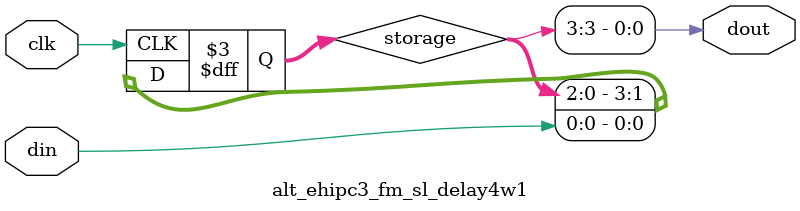
<source format=v>




`timescale 1ps/1ps


module alt_ehipc3_fm_sl_delay4w1 #(
    parameter SIM_EMULATE = 1'b0
) (
    input clk,
    input [0:0] din,
    output [0:0] dout
);

localparam WIDTH = 1;
localparam LATENCY = 4;

reg [WIDTH*LATENCY-1:0] storage = {(WIDTH*LATENCY){1'b0}} /* synthesis preserve */;
always @(posedge clk) begin
	storage <= {storage [WIDTH*(LATENCY-1)-1:0],din};
end
assign dout = storage [WIDTH*LATENCY-1:WIDTH*(LATENCY-1)];
endmodule

`ifdef QUESTA_INTEL_OEM
`pragma questa_oem_00 "iNcmQeM5R+2wXyQcrIvK9Aed2O3DNv4QGFTpmcaGURS3nf96+gCegtWg50e6rleWE64VT4+790Ghs95mog/VHoEYybDIGn5EoWfqpEPzBOW06ogVsMbRm79acU6L09a0INNw7swJhWgHQdzl07TrCbOuFN5j/YV4soVomm30RbpyPicKqaC/jMGdl00awWTRKYI/LlUWB2031x5qz4fwVbhj6DvZKYVLlQLmylj6M7ttNu2ikG3FXTezenhWgjkmHDiKVKoaA4txpqmerRLCofgW2r0CgyjReeWucDeK8M71sS/3RqhC+Sb6uuCn/sf5V6msPP1xixVt122gBZKIQ423M7wPfLrMX1hk4QcJsR16Y0olgmAEUsil63dn4CtOP1+Ykyt1vCh3s3rYHfnQrwHEte5dcoHk2MNNZc6rQH7IR3JqEpyAUmzhHEIU5M34WVTIwyddtxP9YOdrmjlD1URXQ7snGIKtiifibGwqnCcq7clLitSch7XMFpZoqqigcs/CzqtmySOdVL9y1jMCPqKO1Ympo7Y/GGCyHcMbbOIBTm84nZPqINgdoRZ5eCq3eUnMkxKliG99IRKyi8jSDkvO4UlE/d9xgHXwtMa9kZ0HaZG9dCZCCWR0Vm7zke3+iY2ur5UcTqJh/WEfNWHvvG2XrJtV6HCxTm4cOhLjXgptVMv19Yqh5iuXRKbc1z6qpPaoaENk0AX4D9ypWfOzhJA3LstXE0STH1sK/AXbh85r9lybn3q6eS8laxQVekq8cJF/PK6UWY557+XeBG12XmhcGk/bpeurMUqMmR9svbeYsyjFs9hVX3SwHEOvJsZLCTYLySCemgR3fZsAanFKqNTu9AdRvRRIRvVx82D8TRu7LZa1AdgZSFjX78IarO8eVEO6DWDCQJ5yyb7oaFr/ui5gMjuSw8BY/1jQyyyclveMFMit1Q2E2WMrUwn7PKDCy5lNKcNgKaSRO0ZMVmQJty927yDxM3JJmaqodkEZsdTq7nxXxwXhsERhAIn8vA5t"
`endif
</source>
